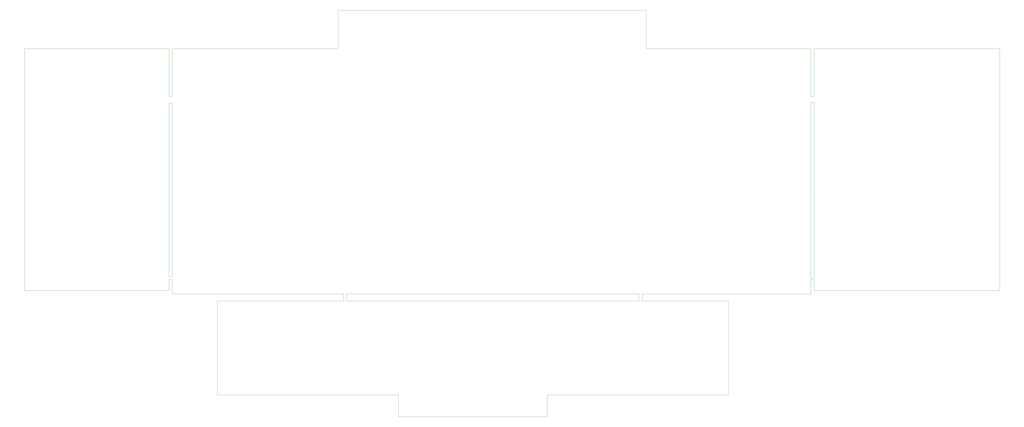
<source format=gbr>
G04 #@! TF.GenerationSoftware,KiCad,Pcbnew,(5.1.4)-1*
G04 #@! TF.CreationDate,2020-01-13T09:00:57+01:00*
G04 #@! TF.ProjectId,svarog-keyboard,73766172-6f67-42d6-9b65-79626f617264,rev?*
G04 #@! TF.SameCoordinates,Original*
G04 #@! TF.FileFunction,Profile,NP*
%FSLAX46Y46*%
G04 Gerber Fmt 4.6, Leading zero omitted, Abs format (unit mm)*
G04 Created by KiCad (PCBNEW (5.1.4)-1) date 2020-01-13 09:00:57*
%MOMM*%
%LPD*%
G04 APERTURE LIST*
%ADD10C,0.050000*%
G04 APERTURE END LIST*
D10*
X411581600Y-240792000D02*
X411607000Y-159385000D01*
X413131000Y-159385000D02*
X413156400Y-240792000D01*
X411607000Y-159385000D02*
X413131000Y-159385000D01*
X413156400Y-240792000D02*
X411581600Y-240792000D01*
X116205000Y-159639000D02*
X116205000Y-240030000D01*
X114681000Y-159639000D02*
X116205000Y-159639000D01*
X114681000Y-240030000D02*
X114681000Y-159639000D01*
X116205000Y-240030000D02*
X114681000Y-240030000D01*
X332105000Y-248031000D02*
X196850000Y-248031000D01*
X332105000Y-251333000D02*
X332105000Y-248031000D01*
X196850000Y-251333000D02*
X332105000Y-251333000D01*
X196850000Y-248031000D02*
X196850000Y-251333000D01*
X114681000Y-246507000D02*
X114681000Y-241427000D01*
X47879000Y-246507000D02*
X114681000Y-246507000D01*
X47879000Y-134493000D02*
X47879000Y-246507000D01*
X114681000Y-134493000D02*
X47879000Y-134493000D01*
X114681000Y-156591000D02*
X114681000Y-134493000D01*
X116205000Y-156591000D02*
X114681000Y-156591000D01*
X116205000Y-134493000D02*
X116205000Y-156591000D01*
X192913000Y-134493000D02*
X116205000Y-134493000D01*
X192913000Y-116713000D02*
X192913000Y-134493000D01*
X335407000Y-116713000D02*
X192913000Y-116713000D01*
X335407000Y-134493000D02*
X335407000Y-116713000D01*
X411607000Y-134493000D02*
X335407000Y-134493000D01*
X411607000Y-156591000D02*
X411607000Y-134493000D01*
X413131000Y-156591000D02*
X411607000Y-156591000D01*
X413131000Y-134493000D02*
X413131000Y-156591000D01*
X498983000Y-134493000D02*
X413131000Y-134493000D01*
X498983000Y-246507000D02*
X498983000Y-134493000D01*
X413131000Y-246507000D02*
X498983000Y-246507000D01*
X413131000Y-241427000D02*
X413131000Y-246507000D01*
X411607000Y-241427000D02*
X413131000Y-241427000D01*
X411607000Y-247904000D02*
X411607000Y-241427000D01*
X411607000Y-248031000D02*
X411607000Y-247904000D01*
X333629000Y-248031000D02*
X411607000Y-248031000D01*
X333629000Y-251333000D02*
X333629000Y-248031000D01*
X373507000Y-251333000D02*
X333629000Y-251333000D01*
X373507000Y-294767000D02*
X373507000Y-251333000D01*
X289687000Y-294767000D02*
X373507000Y-294767000D01*
X289687000Y-304927000D02*
X289687000Y-294767000D01*
X220853000Y-304927000D02*
X289687000Y-304927000D01*
X220853000Y-294767000D02*
X220853000Y-304927000D01*
X137033000Y-294767000D02*
X220853000Y-294767000D01*
X137033000Y-251333000D02*
X137033000Y-294767000D01*
X195453000Y-251333000D02*
X137033000Y-251333000D01*
X195453000Y-248031000D02*
X195453000Y-251333000D01*
X116205000Y-248031000D02*
X195453000Y-248031000D01*
X116205000Y-241427000D02*
X116205000Y-248031000D01*
X114681000Y-241427000D02*
X116205000Y-241427000D01*
M02*

</source>
